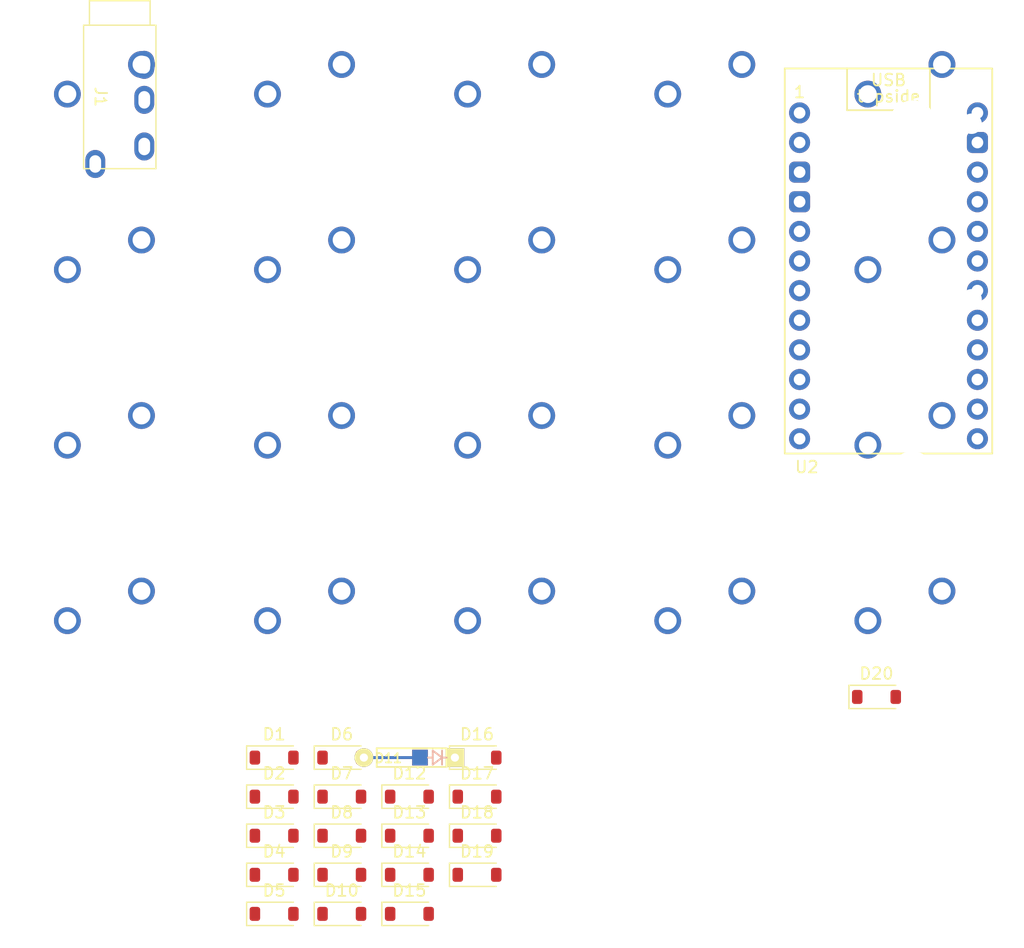
<source format=kicad_pcb>
(kicad_pcb (version 20240108) (generator "pcbnew") (generator_version "8.0")
  (layers (0 "F.Cu" signal) (31 "B.Cu" signal) (34 "B.Paste" user) (35 "F.Paste" user) (36 "B.SilkS" user "B.Silkscreen") (37 "F.SilkS" user "F.Silkscreen") (38 "B.Mask" user) (39 "F.Mask" user) (44 "Edge.Cuts" user))
  (net 0 "")
  (net 1 "ROW_0")
  (net 2 "Net-(D1-A)")
  (net 3 "Net-(D2-A)")
  (net 4 "Net-(D3-A)")
  (net 5 "Net-(D4-A)")
  (net 6 "Net-(D5-A)")
  (net 7 "Net-(D6-A)")
  (net 8 "ROW_1")
  (net 9 "Net-(D7-A)")
  (net 10 "Net-(D8-A)")
  (net 11 "Net-(D9-A)")
  (net 12 "Net-(D10-A)")
  (net 13 "Net-(D11-A)")
  (net 14 "ROW_2")
  (net 15 "Net-(D12-A)")
  (net 16 "Net-(D13-A)")
  (net 17 "Net-(D14-A)")
  (net 18 "Net-(D15-A)")
  (net 19 "ROW_3")
  (net 20 "Net-(D16-A)")
  (net 21 "Net-(D17-A)")
  (net 22 "Net-(D18-A)")
  (net 23 "Net-(D19-A)")
  (net 24 "Net-(D20-A)")
  (net 25 "VCC")
  (net 26 "SDA")
  (net 27 "GND")
  (net 28 "SCL")
  (net 29 "COL_0")
  (net 30 "COL_1")
  (net 31 "COL_2")
  (net 32 "COL_3")
  (net 33 "COL_4")
  (net 38 "RST")
  (net 41 "RGB_DATA")
  (footprint "Diode_SMD:D_SOD-123" (layer "F.Cu") (at 124.025176 127.4)
    (property "Reference" "D8" (at 0 -2 0) (layer "F.SilkS"))
    (property "Value" "D_Small")
    (fp_line (start -2.36 -1) (end -2.36 1) (stroke (width 0.12)) (layer "F.SilkS"))
    (fp_line (start -2.36 -1) (end 1.65 -1) (stroke (width 0.12)) (layer "F.SilkS"))
    (fp_line (start -2.36 1) (end 1.65 1) (stroke (width 0.12)) (layer "F.SilkS"))
    (pad "1" smd roundrect (at -1.65 0) (size 0.9 1.2) (layers "F.Cu" "F.Paste" "F.Mask") (net 8 "ROW_1"))
    (pad "2" smd roundrect (at 1.65 0) (size 0.9 1.2) (layers "F.Cu" "F.Paste" "F.Mask") (net 10 "Net-(D8-A)"))
  )
  (footprint "Diode_SMD:D_SOD-123" (layer "F.Cu") (at 118.230176 120.7)
    (property "Reference" "D1" (at 0 -2 0) (layer "F.SilkS"))
    (property "Value" "D_Small")
    (fp_line (start -2.36 -1) (end -2.36 1) (stroke (width 0.12)) (layer "F.SilkS"))
    (fp_line (start -2.36 -1) (end 1.65 -1) (stroke (width 0.12)) (layer "F.SilkS"))
    (fp_line (start -2.36 1) (end 1.65 1) (stroke (width 0.12)) (layer "F.SilkS"))
    (pad "1" smd roundrect (at -1.65 0) (size 0.9 1.2) (layers "F.Cu" "F.Paste" "F.Mask") (net 1 "ROW_0"))
    (pad "2" smd roundrect (at 1.65 0) (size 0.9 1.2) (layers "F.Cu" "F.Paste" "F.Mask") (net 2 "Net-(D1-A)"))
  )
  (footprint "PCM_marbastlib-xp-various:CON_MJ-4PP-9" (layer "F.Cu") (at 105 64.05 -90)
    (property "Reference" "J1" (at 0 1.6256 -90) (layer "F.SilkS"))
    (property "Value" "AudioJack4")
    (fp_line (start -6.15 3.1) (end -6.15 -3.1) (stroke (width 0.12)) (layer "F.SilkS"))
    (fp_line (start 6.15 3.1) (end -6.15 3.1) (stroke (width 0.12)) (layer "F.SilkS"))
    (fp_line (start -8.25 2.6) (end -8.25 -2.6) (stroke (width 0.12)) (layer "F.SilkS"))
    (fp_line (start -6.15 2.6) (end -8.25 2.6) (stroke (width 0.12)) (layer "F.SilkS"))
    (fp_line (start -6.15 -2.6) (end -8.25 -2.6) (stroke (width 0.12)) (layer "F.SilkS"))
    (fp_line (start -6.15 -3.1) (end 6.15 -3.1) (stroke (width 0.12)) (layer "F.SilkS"))
    (fp_line (start 6.15 -3.1) (end 6.15 3.1) (stroke (width 0.12)) (layer "F.SilkS"))
    (pad "" np_thru_hole circle (at -4.55 0) (size 1.2 1.2) (drill 1.2) (layers "F&B.Cu" "*.Mask"))
    (pad "" np_thru_hole circle (at 2.45 0) (size 1.2 1.2) (drill 1.2) (layers "F&B.Cu" "*.Mask"))
    (pad "R1" thru_hole oval (at 4.25 -2.1) (size 1.7 2.4) (drill oval 1 1.5) (layers "*.Cu" "*.Mask") (net 28 "SCL"))
    (pad "R2" thru_hole oval (at 0.25 -2.1) (size 1.7 2.4) (drill oval 1 1.5) (layers "*.Cu" "*.Mask") (net 26 "SDA"))
    (pad "S" thru_hole oval (at -2.75 -2.1) (size 1.7 2.4) (drill oval 1 1.5) (layers "*.Cu" "*.Mask") (net 27 "GND"))
    (pad "T" thru_hole oval (at 5.75 2.1) (size 1.7 2.4) (drill oval 1 1.5) (layers "*.Cu" "*.Mask") (net 25 "VCC"))
  )
  (footprint "PCM_marbastlib-mx:SW_MX_1u" (layer "F.Cu") (at 121.47 111.5)
    (property "Reference" "MX8" (hide yes))
    (property "Value" "MX_SW_HS")
    (pad "" np_thru_hole circle (at -5.08 0) (size 1.75 1.75) (drill 1.75) (layers "*.Cu" "*.Mask"))
    (pad "" np_thru_hole circle (at 0 0) (size 3.9878 3.9878) (drill 3.9878) (layers "*.Cu" "*.Mask"))
    (pad "" np_thru_hole circle (at 5.08 0) (size 1.75 1.75) (drill 1.75) (layers "*.Cu" "*.Mask"))
    (pad "1" thru_hole circle (at -3.81 -2.54) (size 2.3 2.3) (drill 1.524) (layers "*.Cu" "B.Mask") (net 31 "COL_2"))
    (pad "2" thru_hole circle (at 2.54 -5.08) (size 2.3 2.3) (drill 1.524) (layers "*.Cu" "B.Mask") (net 10 "Net-(D8-A)"))
  )
  (footprint "PCM_marbastlib-mx:SW_MX_1u" (layer "F.Cu") (at 172.92 66.35)
    (property "Reference" "MX17" (hide yes))
    (property "Value" "MX_SW_HS")
    (pad "" np_thru_hole circle (at -5.08 0) (size 1.75 1.75) (drill 1.75) (layers "*.Cu" "*.Mask"))
    (pad "" np_thru_hole circle (at 0 0) (size 3.9878 3.9878) (drill 3.9878) (layers "*.Cu" "*.Mask"))
    (pad "" np_thru_hole circle (at 5.08 0) (size 1.75 1.75) (drill 1.75) (layers "*.Cu" "*.Mask"))
    (pad "1" thru_hole circle (at -3.81 -2.54) (size 2.3 2.3) (drill 1.524) (layers "*.Cu" "B.Mask") (net 30 "COL_1"))
    (pad "2" thru_hole circle (at 2.54 -5.08) (size 2.3 2.3) (drill 1.524) (layers "*.Cu" "B.Mask") (net 21 "Net-(D17-A)"))
  )
  (footprint "PCM_marbastlib-mx:SW_MX_1u" (layer "F.Cu") (at 104.32 96.45)
    (property "Reference" "MX3" (hide yes))
    (property "Value" "MX_SW_HS")
    (pad "" np_thru_hole circle (at -5.08 0) (size 1.75 1.75) (drill 1.75) (layers "*.Cu" "*.Mask"))
    (pad "" np_thru_hole circle (at 0 0) (size 3.9878 3.9878) (drill 3.9878) (layers "*.Cu" "*.Mask"))
    (pad "" np_thru_hole circle (at 5.08 0) (size 1.75 1.75) (drill 1.75) (layers "*.Cu" "*.Mask"))
    (pad "1" thru_hole circle (at -3.81 -2.54) (size 2.3 2.3) (drill 1.524) (layers "*.Cu" "B.Mask") (net 31 "COL_2"))
    (pad "2" thru_hole circle (at 2.54 -5.08) (size 2.3 2.3) (drill 1.524) (layers "*.Cu" "B.Mask") (net 4 "Net-(D3-A)"))
  )
  (footprint "PCM_marbastlib-mx:SW_MX_1u" (layer "F.Cu") (at 172.92 111.5)
    (property "Reference" "MX20" (hide yes))
    (property "Value" "MX_SW_HS")
    (pad "" np_thru_hole circle (at -5.08 0) (size 1.75 1.75) (drill 1.75) (layers "*.Cu" "*.Mask"))
    (pad "" np_thru_hole circle (at 0 0) (size 3.9878 3.9878) (drill 3.9878) (layers "*.Cu" "*.Mask"))
    (pad "" np_thru_hole circle (at 5.08 0) (size 1.75 1.75) (drill 1.75) (layers "*.Cu" "*.Mask"))
    (pad "1" thru_hole circle (at -3.81 -2.54) (size 2.3 2.3) (drill 1.524) (layers "*.Cu" "B.Mask") (net 33 "COL_4"))
    (pad "2" thru_hole circle (at 2.54 -5.08) (size 2.3 2.3) (drill 1.524) (layers "*.Cu" "B.Mask") (net 24 "Net-(D20-A)"))
  )
  (footprint "PCM_marbastlib-mx:SW_MX_1u" (layer "F.Cu") (at 155.77 96.45)
    (property "Reference" "MX15" (hide yes))
    (property "Value" "MX_SW_HS")
    (pad "" np_thru_hole circle (at -5.08 0) (size 1.75 1.75) (drill 1.75) (layers "*.Cu" "*.Mask"))
    (pad "" np_thru_hole circle (at 0 0) (size 3.9878 3.9878) (drill 3.9878) (layers "*.Cu" "*.Mask"))
    (pad "" np_thru_hole circle (at 5.08 0) (size 1.75 1.75) (drill 1.75) (layers "*.Cu" "*.Mask"))
    (pad "1" thru_hole circle (at -3.81 -2.54) (size 2.3 2.3) (drill 1.524) (layers "*.Cu" "B.Mask") (net 33 "COL_4"))
    (pad "2" thru_hole circle (at 2.54 -5.08) (size 2.3 2.3) (drill 1.524) (layers "*.Cu" "B.Mask") (net 18 "Net-(D15-A)"))
  )
  (footprint "Diode_SMD:D_SOD-123" (layer "F.Cu") (at 118.230176 134.1)
    (property "Reference" "D5" (at 0 -2 0) (layer "F.SilkS"))
    (property "Value" "D_Small")
    (fp_line (start -2.36 -1) (end -2.36 1) (stroke (width 0.12)) (layer "F.SilkS"))
    (fp_line (start -2.36 -1) (end 1.65 -1) (stroke (width 0.12)) (layer "F.SilkS"))
    (fp_line (start -2.36 1) (end 1.65 1) (stroke (width 0.12)) (layer "F.SilkS"))
    (pad "1" smd roundrect (at -1.65 0) (size 0.9 1.2) (layers "F.Cu" "F.Paste" "F.Mask") (net 1 "ROW_0"))
    (pad "2" smd roundrect (at 1.65 0) (size 0.9 1.2) (layers "F.Cu" "F.Paste" "F.Mask") (net 6 "Net-(D5-A)"))
  )
  (footprint "Diode_SMD:D_SOD-123" (layer "F.Cu") (at 169.85 115.5)
    (property "Reference" "D20" (at 0 -2 0) (layer "F.SilkS"))
    (property "Value" "D_Small")
    (fp_line (start -2.36 -1) (end -2.36 1) (stroke (width 0.12)) (layer "F.SilkS"))
    (fp_line (start -2.36 -1) (end 1.65 -1) (stroke (width 0.12)) (layer "F.SilkS"))
    (fp_line (start -2.36 1) (end 1.65 1) (stroke (width 0.12)) (layer "F.SilkS"))
    (pad "1" smd roundrect (at -1.65 0) (size 0.9 1.2) (layers "F.Cu" "F.Paste" "F.Mask") (net 19 "ROW_3"))
    (pad "2" smd roundrect (at 1.65 0) (size 0.9 1.2) (layers "F.Cu" "F.Paste" "F.Mask") (net 24 "Net-(D20-A)"))
  )
  (footprint "PCM_marbastlib-mx:SW_MX_1u" (layer "F.Cu") (at 104.32 111.5)
    (property "Reference" "MX4" (hide yes))
    (property "Value" "MX_SW_HS")
    (pad "" np_thru_hole circle (at -5.08 0) (size 1.75 1.75) (drill 1.75) (layers "*.Cu" "*.Mask"))
    (pad "" np_thru_hole circle (at 0 0) (size 3.9878 3.9878) (drill 3.9878) (layers "*.Cu" "*.Mask"))
    (pad "" np_thru_hole circle (at 5.08 0) (size 1.75 1.75) (drill 1.75) (layers "*.Cu" "*.Mask"))
    (pad "1" thru_hole circle (at -3.81 -2.54) (size 2.3 2.3) (drill 1.524) (layers "*.Cu" "B.Mask") (net 32 "COL_3"))
    (pad "2" thru_hole circle (at 2.54 -5.08) (size 2.3 2.3) (drill 1.524) (layers "*.Cu" "B.Mask") (net 5 "Net-(D4-A)"))
  )
  (footprint "Diode_SMD:D_SOD-123" (layer "F.Cu") (at 124.025176 130.75)
    (property "Reference" "D9" (at 0 -2 0) (layer "F.SilkS"))
    (property "Value" "D_Small")
    (fp_line (start -2.36 -1) (end -2.36 1) (stroke (width 0.12)) (layer "F.SilkS"))
    (fp_line (start -2.36 -1) (end 1.65 -1) (stroke (width 0.12)) (layer "F.SilkS"))
    (fp_line (start -2.36 1) (end 1.65 1) (stroke (width 0.12)) (layer "F.SilkS"))
    (pad "1" smd roundrect (at -1.65 0) (size 0.9 1.2) (layers "F.Cu" "F.Paste" "F.Mask") (net 8 "ROW_1"))
    (pad "2" smd roundrect (at 1.65 0) (size 0.9 1.2) (layers "F.Cu" "F.Paste" "F.Mask") (net 11 "Net-(D9-A)"))
  )
  (footprint "Keebio-Parts.pretty-master:Diode-hybrid-3pad" (layer "F.Cu") (at 129.820176 120.7)
    (property "Reference" "D11" (at -1.8 0.0508 0) (layer "F.SilkS") (effects (font (size 0.8 0.8))))
    (property "Value" "D_Small" (hide yes))
    (fp_line (start 2 -0.6) (end 2 0.6) (stroke (width 0.15)) (layer "B.SilkS"))
    (fp_line (start 2 0) (end 1.6 0) (stroke (width 0.15)) (layer "B.SilkS"))
    (fp_line (start 2 0.6) (end 2.8 0) (stroke (width 0.15)) (layer "B.SilkS"))
    (fp_line (start 2.8 -0.6) (end 2.8 0.6) (stroke (width 0.15)) (layer "B.SilkS"))
    (fp_line (start 2.8 0) (end 2 -0.6) (stroke (width 0.15)) (layer "B.SilkS"))
    (fp_line (start 2.8 0) (end 3.2 0) (stroke (width 0.15)) (layer "B.SilkS"))
    (fp_line (start -2.8 -0.8) (end -2.8 0.8) (stroke (width 0.15)) (layer "F.SilkS"))
    (fp_line (start -2.8 0.8) (end 3.2 0.8) (stroke (width 0.15)) (layer "F.SilkS"))
    (fp_line (start 2 -0.6) (end 2 0.6) (stroke (width 0.15)) (layer "F.SilkS"))
    (fp_line (start 2 -0.6) (end 2.8 0) (stroke (width 0.15)) (layer "F.SilkS"))
    (fp_line (start 2 0) (end 1.6 0) (stroke (width 0.15)) (layer "F.SilkS"))
    (fp_line (start 2.8 -0.6) (end 2.8 0.6) (stroke (width 0.15)) (layer "F.SilkS"))
    (fp_line (start 2.8 0) (end 2 0.6) (stroke (width 0.15)) (layer "F.SilkS"))
    (fp_line (start 2.8 0) (end 3.2 0) (stroke (width 0.15)) (layer "F.SilkS"))
    (fp_line (start 3.2 -0.8) (end -2.8 -0.8) (stroke (width 0.15)) (layer "F.SilkS"))
    (fp_line (start 3.2 0.8) (end 3.2 -0.8) (stroke (width 0.15)) (layer "F.SilkS"))
    (pad "1" thru_hole rect (at 3.9 0) (size 1.6 1.6) (drill 0.7) (layers "*.Cu" "*.Mask" "F.SilkS") (net 14 "ROW_2"))
    (pad "2" thru_hole circle (at -3.9 0) (size 1.6 1.6) (drill 0.7) (layers "*.Cu" "*.Mask" "F.SilkS") (net 13 "Net-(D11-A)"))
    (pad "2" smd rect (at -1.5 0) (size 4 0.25) (layers "F.Cu") (net 13 "Net-(D11-A)"))
    (pad "2" smd rect (at -1.5 0) (size 4 0.25) (layers "B.Cu") (net 13 "Net-(D11-A)"))
    (pad "2" smd rect (at 0.91 0) (size 1.34 1.34) (layers "F.Cu" "F.Paste" "F.Mask") (net 13 "Net-(D11-A)"))
    (pad "2" smd rect (at 0.91 0) (size 1.34 1.34) (layers "B.Cu" "B.Paste" "B.Mask") (net 13 "Net-(D11-A)"))
  )
  (footprint "Diode_SMD:D_SOD-123" (layer "F.Cu") (at 129.820176 127.4)
    (property "Reference" "D13" (at 0 -2 0) (layer "F.SilkS"))
    (property "Value" "D_Small")
    (fp_line (start -2.36 -1) (end -2.36 1) (stroke (width 0.12)) (layer "F.SilkS"))
    (fp_line (start -2.36 -1) (end 1.65 -1) (stroke (width 0.12)) (layer "F.SilkS"))
    (fp_line (start -2.36 1) (end 1.65 1) (stroke (width 0.12)) (layer "F.SilkS"))
    (pad "1" smd roundrect (at -1.65 0) (size 0.9 1.2) (layers "F.Cu" "F.Paste" "F.Mask") (net 14 "ROW_2"))
    (pad "2" smd roundrect (at 1.65 0) (size 0.9 1.2) (layers "F.Cu" "F.Paste" "F.Mask") (net 16 "Net-(D13-A)"))
  )
  (footprint "Diode_SMD:D_SOD-123" (layer "F.Cu") (at 118.230176 124.05)
    (property "Reference" "D2" (at 0 -2 0) (layer "F.SilkS"))
    (property "Value" "D_Small")
    (fp_line (start -2.36 -1) (end -2.36 1) (stroke (width 0.12)) (layer "F.SilkS"))
    (fp_line (start -2.36 -1) (end 1.65 -1) (stroke (width 0.12)) (layer "F.SilkS"))
    (fp_line (start -2.36 1) (end 1.65 1) (stroke (width 0.12)) (layer "F.SilkS"))
    (pad "1" smd roundrect (at -1.65 0) (size 0.9 1.2) (layers "F.Cu" "F.Paste" "F.Mask") (net 1 "ROW_0"))
    (pad "2" smd roundrect (at 1.65 0) (size 0.9 1.2) (layers "F.Cu" "F.Paste" "F.Mask") (net 3 "Net-(D2-A)"))
  )
  (footprint "Diode_SMD:D_SOD-123" (layer "F.Cu") (at 135.615176 124.05)
    (property "Reference" "D17" (at 0 -2 0) (layer "F.SilkS"))
    (property "Value" "D_Small")
    (fp_line (start -2.36 -1) (end -2.36 1) (stroke (width 0.12)) (layer "F.SilkS"))
    (fp_line (start -2.36 -1) (end 1.65 -1) (stroke (width 0.12)) (layer "F.SilkS"))
    (fp_line (start -2.36 1) (end 1.65 1) (stroke (width 0.12)) (layer "F.SilkS"))
    (pad "1" smd roundrect (at -1.65 0) (size 0.9 1.2) (layers "F.Cu" "F.Paste" "F.Mask") (net 19 "ROW_3"))
    (pad "2" smd roundrect (at 1.65 0) (size 0.9 1.2) (layers "F.Cu" "F.Paste" "F.Mask") (net 21 "Net-(D17-A)"))
  )
  (footprint "Diode_SMD:D_SOD-123" (layer "F.Cu") (at 129.820176 134.1)
    (property "Reference" "D15" (at 0 -2 0) (layer "F.SilkS"))
    (property "Value" "D_Small")
    (fp_line (start -2.36 -1) (end -2.36 1) (stroke (width 0.12)) (layer "F.SilkS"))
    (fp_line (start -2.36 -1) (end 1.65 -1) (stroke (width 0.12)) (layer "F.SilkS"))
    (fp_line (start -2.36 1) (end 1.65 1) (stroke (width 0.12)) (layer "F.SilkS"))
    (pad "1" smd roundrect (at -1.65 0) (size 0.9 1.2) (layers "F.Cu" "F.Paste" "F.Mask") (net 14 "ROW_2"))
    (pad "2" smd roundrect (at 1.65 0) (size 0.9 1.2) (layers "F.Cu" "F.Paste" "F.Mask") (net 18 "Net-(D15-A)"))
  )
  (footprint "Diode_SMD:D_SOD-123" (layer "F.Cu") (at 129.820176 130.75)
    (property "Reference" "D14" (at 0 -2 0) (layer "F.SilkS"))
    (property "Value" "D_Small")
    (fp_line (start -2.36 -1) (end -2.36 1) (stroke (width 0.12)) (layer "F.SilkS"))
    (fp_line (start -2.36 -1) (end 1.65 -1) (stroke (width 0.12)) (layer "F.SilkS"))
    (fp_line (start -2.36 1) (end 1.65 1) (stroke (width 0.12)) (layer "F.SilkS"))
    (pad "1" smd roundrect (at -1.65 0) (size 0.9 1.2) (layers "F.Cu" "F.Paste" "F.Mask") (net 14 "ROW_2"))
    (pad "2" smd roundrect (at 1.65 0) (size 0.9 1.2) (layers "F.Cu" "F.Paste" "F.Mask") (net 17 "Net-(D14-A)"))
  )
  (footprint "PCM_marbastlib-mx:SW_MX_1u" (layer "F.Cu") (at 121.47 81.4)
    (property "Reference" "MX6" (hide yes))
    (property "Value" "MX_SW_HS")
    (pad "" np_thru_hole circle (at -5.08 0) (size 1.75 1.75) (drill 1.75) (layers "*.Cu" "*.Mask"))
    (pad "" np_thru_hole circle (at 0 0) (size 3.9878 3.9878) (drill 3.9878) (layers "*.Cu" "*.Mask"))
    (pad "" np_thru_hole circle (at 5.08 0) (size 1.75 1.75) (drill 1.75) (layers "*.Cu" "*.Mask"))
    (pad "1" thru_hole circle (at -3.81 -2.54) (size 2.3 2.3) (drill 1.524) (layers "*.Cu" "B.Mask") (net 29 "COL_0"))
    (pad "2" thru_hole circle (at 2.54 -5.08) (size 2.3 2.3) (drill 1.524) (layers "*.Cu" "B.Mask") (net 7 "Net-(D6-A)"))
  )
  (footprint "PCM_marbastlib-mx:SW_MX_1u" (layer "F.Cu") (at 138.62 111.5)
    (property "Reference" "MX12" (hide yes))
    (property "Value" "MX_SW_HS")
    (pad "" np_thru_hole circle (at -5.08 0) (size 1.75 1.75) (drill 1.75) (layers "*.Cu" "*.Mask"))
    (pad "" np_thru_hole circle (at 0 0) (size 3.9878 3.9878) (drill 3.9878) (layers "*.Cu" "*.Mask"))
    (pad "" np_thru_hole circle (at 5.08 0) (size 1.75 1.75) (drill 1.75) (layers "*.Cu" "*.Mask"))
    (pad "1" thru_hole circle (at -3.81 -2.54) (size 2.3 2.3) (drill 1.524) (layers "*.Cu" "B.Mask") (net 30 "COL_1"))
    (pad "2" thru_hole circle (at 2.54 -5.08) (size 2.3 2.3) (drill 1.524) (layers "*.Cu" "B.Mask") (net 15 "Net-(D12-A)"))
  )
  (footprint "Diode_SMD:D_SOD-123" (layer "F.Cu") (at 135.615176 127.4)
    (property "Reference" "D18" (at 0 -2 0) (layer "F.SilkS"))
    (property "Value" "D_Small")
    (fp_line (start -2.36 -1) (end -2.36 1) (stroke (width 0.12)) (layer "F.SilkS"))
    (fp_line (start -2.36 -1) (end 1.65 -1) (stroke (width 0.12)) (layer "F.SilkS"))
    (fp_line (start -2.36 1) (end 1.65 1) (stroke (width 0.12)) (layer "F.SilkS"))
    (pad "1" smd roundrect (at -1.65 0) (size 0.9 1.2) (layers "F.Cu" "F.Paste" "F.Mask") (net 19 "ROW_3"))
    (pad "2" smd roundrect (at 1.65 0) (size 0.9 1.2) (layers "F.Cu" "F.Paste" "F.Mask") (net 22 "Net-(D18-A)"))
  )
  (footprint "PCM_marbastlib-mx:SW_MX_1u" (layer "F.Cu") (at 172.92 81.4)
    (property "Reference" "MX18" (hide yes))
    (property "Value" "MX_SW_HS")
    (pad "" np_thru_hole circle (at -5.08 0) (size 1.75 1.75) (drill 1.75) (layers "*.Cu" "*.Mask"))
    (pad "" np_thru_hole circle (at 0 0) (size 3.9878 3.9878) (drill 3.9878) (layers "*.Cu" "*.Mask"))
    (pad "" np_thru_hole circle (at 5.08 0) (size 1.75 1.75) (drill 1.75) (layers "*.Cu" "*.Mask"))
    (pad "1" thru_hole circle (at -3.81 -2.54) (size 2.3 2.3) (drill 1.524) (layers "*.Cu" "B.Mask") (net 31 "COL_2"))
    (pad "2" thru_hole circle (at 2.54 -5.08) (size 2.3 2.3) (drill 1.524) (layers "*.Cu" "B.Mask") (net 22 "Net-(D18-A)"))
  )
  (footprint "Diode_SMD:D_SOD-123" (layer "F.Cu") (at 118.230176 127.4)
    (property "Reference" "D3" (at 0 -2 0) (layer "F.SilkS"))
    (property "Value" "D_Small")
    (fp_line (start -2.36 -1) (end -2.36 1) (stroke (width 0.12)) (layer "F.SilkS"))
    (fp_line (start -2.36 -1) (end 1.65 -1) (stroke (width 0.12)) (layer "F.SilkS"))
    (fp_line (start -2.36 1) (end 1.65 1) (stroke (width 0.12)) (layer "F.SilkS"))
    (pad "1" smd roundrect (at -1.65 0) (size 0.9 1.2) (layers "F.Cu" "F.Paste" "F.Mask") (net 1 "ROW_0"))
    (pad "2" smd roundrect (at 1.65 0) (size 0.9 1.2) (layers "F.Cu" "F.Paste" "F.Mask") (net 4 "Net-(D3-A)"))
  )
  (footprint "PCM_marbastlib-xp-promicroish:ProMicro_USBup" (layer "F.Cu") (at 170.88 79.39)
    (property "Reference" "U2" (at -7 16.4 0) (layer "F.SilkS"))
    (property "Value" "ProMicro")
    (fp_line (start -3.55 -14.2) (end -3.55 -17.78) (stroke (width 0.15)) (layer "F.SilkS"))
    (fp_line (start 3.55 -14.2) (end -3.55 -14.2) (stroke (width 0.15)) (layer "F.SilkS"))
    (fp_line (start 3.55 -14.2) (end 3.55 -17.78) (stroke (width 0.15)) (layer "F.SilkS"))
    (fp_rect (start -8.89 -17.78) (end 8.89 15.24) (stroke (width 0.15)) (fill none) (layer "F.SilkS"))
    (fp_text user "USB" (at 0 -16.2 0) (layer "F.SilkS") (effects (justify bottom)))
    (fp_text user "topside" (at 0 -14.8 0) (layer "F.SilkS") (effects (justify bottom)))
    (fp_text user "1" (at -7.62 -15.17 0) (layer "F.SilkS") (effects (justify bottom)))
    (pad "1" thru_hole circle (at -7.62 -13.97) (size 1.8 1.8) (drill 1) (layers "*.Cu" "B.Mask") (net 41 "RGB_DATA"))
    (pad "2" thru_hole circle (at -7.62 -11.43) (size 1.8 1.8) (drill 1) (layers "*.Cu" "B.Mask"))
    (pad "3" thru_hole roundrect (at -7.62 -8.89) (size 1.8 1.8) (drill 1) (layers "*.Cu" "B.Mask") (net 27 "GND"))
    (pad "4" thru_hole roundrect (at -7.62 -6.35) (size 1.8 1.8) (drill 1) (layers "*.Cu" "B.Mask") (net 27 "GND"))
    (pad "5" thru_hole circle (at -7.62 -3.81) (size 1.8 1.8) (drill 1) (layers "*.Cu" "B.Mask") (net 26 "SDA"))
    (pad "6" thru_hole circle (at -7.62 -1.27) (size 1.8 1.8) (drill 1) (layers "*.Cu" "B.Mask") (net 28 "SCL"))
    (pad "7" thru_hole circle (at -7.62 1.27) (size 1.8 1.8) (drill 1) (layers "*.Cu" "B.Mask") (net 1 "ROW_0"))
    (pad "8" thru_hole circle (at -7.62 3.81) (size 1.8 1.8) (drill 1) (layers "*.Cu" "B.Mask") (net 8 "ROW_1"))
    (pad "9" thru_hole circle (at -7.62 6.35) (size 1.8 1.8) (drill 1) (layers "*.Cu" "B.Mask") (net 14 "ROW_2"))
    (pad "10" thru_hole circle (at -7.62 8.89) (size 1.8 1.8) (drill 1) (layers "*.Cu" "B.Mask") (net 19 "ROW_3"))
    (pad "11" thru_hole circle (at -7.62 11.43) (size 1.8 1.8) (drill 1) (layers "*.Cu" "B.Mask"))
    (pad "12" thru_hole circle (at -7.62 13.97) (size 1.8 1.8) (drill 1) (layers "*.Cu" "B.Mask"))
    (pad "13" thru_hole circle (at 7.62 -13.97) (size 1.8 1.8) (drill 1) (layers "*.Cu" "B.Mask"))
    (pad "14" thru_hole roundrect (at 7.62 -11.43) (size 1.8 1.8) (drill 1) (layers "*.Cu" "B.Mask") (net 27 "GND"))
    (pad "15" thru_hole circle (at 7.62 -8.89) (size 1.8 1.8) (drill 1) (layers "*.Cu" "B.Mask") (net 38 "RST"))
    (pad "16" thru_hole circle (at 7.62 -6.35) (size 1.8 1.8) (drill 1) (layers "*.Cu" "B.Mask") (net 25 "VCC"))
    (pad "17" thru_hole circle (at 7.62 -3.81) (size 1.8 1.8) (drill 1) (layers "*.Cu" "B.Mask") (net 29 "COL_0"))
    (pad "18" thru_hole circle (at 7.62 -1.27) (size 1.8 1.8) (drill 1) (layers "*.Cu" "B.Mask") (net 30 "COL_1"))
    (pad "19" thru_hole circle (at 7.62 1.27) (size 1.8 1.8) (drill 1) (layers "*.Cu" "B.Mask") (net 31 "COL_2"))
    (pad "20" thru_hole circle (at 7.62 3.81) (size 1.8 1.8) (drill 1) (layers "*.Cu" "B.Mask") (net 32 "COL_3"))
    (pad "21" thru_hole circle (at 7.62 6.35) (size 1.8 1.8) (drill 1) (layers "*.Cu" "B.Mask"))
    (pad "22" thru_hole circle (at 7.62 8.89) (size 1.8 1.8) (drill 1) (layers "*.Cu" "B.Mask"))
    (pad "23" thru_hole circle (at 7.62 11.43) (size 1.8 1.8) (drill 1) (layers "*.Cu" "B.Mask"))
    (pad "24" thru_hole circle (at 7.62 13.97) (size 1.8 1.8) (drill 1) (layers "*.Cu" "B.Mask"))
  )
  (footprint "PCM_marbastlib-mx:SW_MX_1u" (layer "F.Cu") (at 155.77 111.5)
    (property "Reference" "MX16" (hide yes))
    (property "Value" "MX_SW_HS")
    (pad "" np_thru_hole circle (at -5.08 0) (size 1.75 1.75) (drill 1.75) (layers "*.Cu" "*.Mask"))
    (pad "" np_thru_hole circle (at 0 0) (size 3.9878 3.9878) (drill 3.9878) (layers "*.Cu" "*.Mask"))
    (pad "" np_thru_hole circle (at 5.08 0) (size 1.75 1.75) (drill 1.75) (layers "*.Cu" "*.Mask"))
    (pad "1" thru_hole circle (at -3.81 -2.54) (size 2.3 2.3) (drill 1.524) (layers "*.Cu" "B.Mask") (net 29 "COL_0"))
    (pad "2" thru_hole circle (at 2.54 -5.08) (size 2.3 2.3) (drill 1.524) (layers "*.Cu" "B.Mask") (net 20 "Net-(D16-A)"))
  )
  (footprint "Diode_SMD:D_SOD-123" (layer "F.Cu") (at 124.025176 120.7)
    (property "Reference" "D6" (at 0 -2 0) (layer "F.SilkS"))
    (property "Value" "D_Small")
    (fp_line (start -2.36 -1) (end -2.36 1) (stroke (width 0.12)) (layer "F.SilkS"))
    (fp_line (start -2.36 -1) (end 1.65 -1) (stroke (width 0.12)) (layer "F.SilkS"))
    (fp_line (start -2.36 1) (end 1.65 1) (stroke (width 0.12)) (layer "F.SilkS"))
    (pad "1" smd roundrect (at -1.65 0) (size 0.9 1.2) (layers "F.Cu" "F.Paste" "F.Mask") (net 8 "ROW_1"))
    (pad "2" smd roundrect (at 1.65 0) (size 0.9 1.2) (layers "F.Cu" "F.Paste" "F.Mask") (net 7 "Net-(D6-A)"))
  )
  (footprint "PCM_marbastlib-mx:SW_MX_1u" (layer "F.Cu") (at 121.47 66.35)
    (property "Reference" "MX5" (hide yes))
    (property "Value" "MX_SW_HS")
    (pad "" np_thru_hole circle (at -5.08 0) (size 1.75 1.75) (drill 1.75) (layers "*.Cu" "*.Mask"))
    (pad "" np_thru_hole circle (at 0 0) (size 3.9878 3.9878) (drill 3.9878) (layers "*.Cu" "*.Mask"))
    (pad "" np_thru_hole circle (at 5.08 0) (size 1.75 1.75) (drill 1.75) (layers "*.Cu" "*.Mask"))
    (pad "1" thru_hole circle (at -3.81 -2.54) (size 2.3 2.3) (drill 1.524) (layers "*.Cu" "B.Mask") (net 33 "COL_4"))
    (pad "2" thru_hole circle (at 2.54 -5.08) (size 2.3 2.3) (drill 1.524) (layers "*.Cu" "B.Mask") (net 6 "Net-(D5-A)"))
  )
  (footprint "PCM_marbastlib-mx:SW_MX_1u" (layer "F.Cu") (at 138.62 81.4)
    (property "Reference" "MX10" (hide yes))
    (property "Value" "MX_SW_HS")
    (pad "" np_thru_hole circle (at -5.08 0) (size 1.75 1.75) (drill 1.75) (layers "*.Cu" "*.Mask"))
    (pad "" np_thru_hole circle (at 0 0) (size 3.9878 3.9878) (drill 3.9878) (layers "*.Cu" "*.Mask"))
    (pad "" np_thru_hole circle (at 5.08 0) (size 1.75 1.75) (drill 1.75) (layers "*.Cu" "*.Mask"))
    (pad "1" thru_hole circle (at -3.81 -2.54) (size 2.3 2.3) (drill 1.524) (layers "*.Cu" "B.Mask") (net 33 "COL_4"))
    (pad "2" thru_hole circle (at 2.54 -5.08) (size 2.3 2.3) (drill 1.524) (layers "*.Cu" "B.Mask") (net 12 "Net-(D10-A)"))
  )
  (footprint "Diode_SMD:D_SOD-123" (layer "F.Cu") (at 124.025176 134.1)
    (property "Reference" "D10" (at 0 -2 0) (layer "F.SilkS"))
    (property "Value" "D_Small")
    (fp_line (start -2.36 -1) (end -2.36 1) (stroke (width 0.12)) (layer "F.SilkS"))
    (fp_line (start -2.36 -1) (end 1.65 -1) (stroke (width 0.12)) (layer "F.SilkS"))
    (fp_line (start -2.36 1) (end 1.65 1) (stroke (width 0.12)) (layer "F.SilkS"))
    (pad "1" smd roundrect (at -1.65 0) (size 0.9 1.2) (layers "F.Cu" "F.Paste" "F.Mask") (net 8 "ROW_1"))
    (pad "2" smd roundrect (at 1.65 0) (size 0.9 1.2) (layers "F.Cu" "F.Paste" "F.Mask") (net 12 "Net-(D10-A)"))
  )
  (footprint "PCM_marbastlib-mx:SW_MX_1u" (layer "F.Cu") (at 155.77 66.35)
    (property "Reference" "MX13" (hide yes))
    (property "Value" "MX_SW_HS")
    (pad "" np_thru_hole circle (at -5.08 0) (size 1.75 1.75) (drill 1.75) (layers "*.Cu" "*.Mask"))
    (pad "" np_thru_hole circle (at 0 0) (size 3.9878 3.9878) (drill 3.9878) (layers "*.Cu" "*.Mask"))
    (pad "" np_thru_hole circle (at 5.08 0) (size 1.75 1.75) (drill 1.75) (layers "*.Cu" "*.Mask"))
    (pad "1" thru_hole circle (at -3.81 -2.54) (size 2.3 2.3) (drill 1.524) (layers "*.Cu" "B.Mask") (net 31 "COL_2"))
    (pad "2" thru_hole circle (at 2.54 -5.08) (size 2.3 2.3) (drill 1.524) (layers "*.Cu" "B.Mask") (net 16 "Net-(D13-A)"))
  )
  (footprint "PCM_marbastlib-mx:SW_MX_1u" (layer "F.Cu") (at 104.32 66.35)
    (property "Reference" "MX1" (hide yes))
    (property "Value" "MX_SW_HS")
    (pad "" np_thru_hole circle (at -5.08 0) (size 1.75 1.75) (drill 1.75) (layers "*.Cu" "*.Mask"))
    (pad "" np_thru_hole circle (at 0 0) (size 3.9878 3.9878) (drill 3.9878) (layers "*.Cu" "*.Mask"))
    (pad "" np_thru_hole circle (at 5.08 0) (size 1.75 1.75) (drill 1.75) (layers "*.Cu" "*.Mask"))
    (pad "1" thru_hole circle (at -3.81 -2.54) (size 2.3 2.3) (drill 1.524) (layers "*.Cu" "B.Mask") (net 29 "COL_0"))
    (pad "2" thru_hole circle (at 2.54 -5.08) (size 2.3 2.3) (drill 1.524) (layers "*.Cu" "B.Mask") (net 2 "Net-(D1-A)"))
  )
  (footprint "PCM_marbastlib-mx:SW_MX_1u" (layer "F.Cu") (at 172.92 96.45)
    (property "Reference" "MX19" (hide yes))
    (property "Value" "MX_SW_HS")
    (pad "" np_thru_hole circle (at -5.08 0) (size 1.75 1.75) (drill 1.75) (layers "*.Cu" "*.Mask"))
    (pad "" np_thru_hole circle (at 0 0) (size 3.9878 3.9878) (drill 3.9878) (layers "*.Cu" "*.Mask"))
    (pad "" np_thru_hole circle (at 5.08 0) (size 1.75 1.75) (drill 1.75) (layers "*.Cu" "*.Mask"))
    (pad "1" thru_hole circle (at -3.81 -2.54) (size 2.3 2.3) (drill 1.524) (layers "*.Cu" "B.Mask") (net 32 "COL_3"))
    (pad "2" thru_hole circle (at 2.54 -5.08) (size 2.3 2.3) (drill 1.524) (layers "*.Cu" "B.Mask") (net 23 "Net-(D19-A)"))
  )
  (footprint "PCM_marbastlib-mx:SW_MX_1u" (layer "F.Cu") (at 121.47 96.45)
    (property "Reference" "MX7" (hide yes))
    (property "Value" "MX_SW_HS")
    (pad "" np_thru_hole circle (at -5.08 0) (size 1.75 1.75) (drill 1.75) (layers "*.Cu" "*.Mask"))
    (pad "" np_thru_hole circle (at 0 0) (size 3.9878 3.9878) (drill 3.9878) (layers "*.Cu" "*.Mask"))
    (pad "" np_thru_hole circle (at 5.08 0) (size 1.75 1.75) (drill 1.75) (layers "*.Cu" "*.Mask"))
    (pad "1" thru_hole circle (at -3.81 -2.54) (size 2.3 2.3) (drill 1.524) (layers "*.Cu" "B.Mask") (net 30 "COL_1"))
    (pad "2" thru_hole circle (at 2.54 -5.08) (size 2.3 2.3) (drill 1.524) (layers "*.Cu" "B.Mask") (net 9 "Net-(D7-A)"))
  )
  (footprint "Diode_SMD:D_SOD-123" (layer "F.Cu") (at 135.615176 120.7)
    (property "Reference" "D16" (at 0 -2 0) (layer "F.SilkS"))
    (property "Value" "D_Small")
    (fp_line (start -2.36 -1) (end -2.36 1) (stroke (width 0.12)) (layer "F.SilkS"))
    (fp_line (start -2.36 -1) (end 1.65 -1) (stroke (width 0.12)) (layer "F.SilkS"))
    (fp_line (start -2.36 1) (end 1.65 1) (stroke (width 0.12)) (layer "F.SilkS"))
    (pad "1" smd roundrect (at -1.65 0) (size 0.9 1.2) (layers "F.Cu" "F.Paste" "F.Mask") (net 19 "ROW_3"))
    (pad "2" smd roundrect (at 1.65 0) (size 0.9 1.2) (layers "F.Cu" "F.Paste" "F.Mask") (net 20 "Net-(D16-A)"))
  )
  (footprint "Diode_SMD:D_SOD-123" (layer "F.Cu") (at 135.615176 130.75)
    (property "Reference" "D19" (at 0 -2 0) (layer "F.SilkS"))
    (property "Value" "D_Small")
    (fp_line (start -2.36 -1) (end -2.36 1) (stroke (width 0.12)) (layer "F.SilkS"))
    (fp_line (start -2.36 -1) (end 1.65 -1) (stroke (width 0.12)) (layer "F.SilkS"))
    (fp_line (start -2.36 1) (end 1.65 1) (stroke (width 0.12)) (layer "F.SilkS"))
    (pad "1" smd roundrect (at -1.65 0) (size 0.9 1.2) (layers "F.Cu" "F.Paste" "F.Mask") (net 19 "ROW_3"))
    (pad "2" smd roundrect (at 1.65 0) (size 0.9 1.2) (layers "F.Cu" "F.Paste" "F.Mask") (net 23 "Net-(D19-A)"))
  )
  (footprint "PCM_marbastlib-mx:SW_MX_1u" (layer "F.Cu") (at 155.77 81.4)
    (property "Reference" "MX14" (hide yes))
    (property "Value" "MX_SW_HS")
    (pad "" np_thru_hole circle (at -5.08 0) (size 1.75 1.75) (drill 1.75) (layers "*.Cu" "*.Mask"))
    (pad "" np_thru_hole circle (at 0 0) (size 3.9878 3.9878) (drill 3.9878) (layers "*.Cu" "*.Mask"))
    (pad "" np_thru_hole circle (at 5.08 0) (size 1.75 1.75) (drill 1.75) (layers "*.Cu" "*.Mask"))
    (pad "1" thru_hole circle (at -3.81 -2.54) (size 2.3 2.3) (drill 1.524) (layers "*.Cu" "B.Mask") (net 32 "COL_3"))
    (pad "2" thru_hole circle (at 2.54 -5.08) (size 2.3 2.3) (drill 1.524) (layers "*.Cu" "B.Mask") (net 17 "Net-(D14-A)"))
  )
  (footprint "Diode_SMD:D_SOD-123" (layer "F.Cu") (at 124.025176 124.05)
    (property "Reference" "D7" (at 0 -2 0) (layer "F.SilkS"))
    (property "Value" "D_Small")
    (fp_line (start -2.36 -1) (end -2.36 1) (stroke (width 0.12)) (layer "F.SilkS"))
    (fp_line (start -2.36 -1) (end 1.65 -1) (stroke (width 0.12)) (layer "F.SilkS"))
    (fp_line (start -2.36 1) (end 1.65 1) (stroke (width 0.12)) (layer "F.SilkS"))
    (pad "1" smd roundrect (at -1.65 0) (size 0.9 1.2) (layers "F.Cu" "F.Paste" "F.Mask") (net 8 "ROW_1"))
    (pad "2" smd roundrect (at 1.65 0) (size 0.9 1.2) (layers "F.Cu" "F.Paste" "F.Mask") (net 9 "Net-(D7-A)"))
  )
  (footprint "PCM_marbastlib-mx:SW_MX_1u" (layer "F.Cu") (at 104.32 81.4)
    (property "Reference" "MX2" (hide yes))
    (property "Value" "MX_SW_HS")
    (pad "" np_thru_hole circle (at -5.08 0) (size 1.75 1.75) (drill 1.75) (layers "*.Cu" "*.Mask"))
    (pad "" np_thru_hole circle (at 0 0) (size 3.9878 3.9878) (drill 3.9878) (layers "*.Cu" "*.Mask"))
    (pad "" np_thru_hole circle (at 5.08 0) (size 1.75 1.75) (drill 1.75) (layers "*.Cu" "*.Mask"))
    (pad "1" thru_hole circle (at -3.81 -2.54) (size 2.3 2.3) (drill 1.524) (layers "*.Cu" "B.Mask") (net 30 "COL_1"))
    (pad "2" thru_hole circle (at 2.54 -5.08) (size 2.3 2.3) (drill 1.524) (layers "*.Cu" "B.Mask") (net 3 "Net-(D2-A)"))
  )
  (footprint "Diode_SMD:D_SOD-123" (layer "F.Cu") (at 129.820176 124.05)
    (property "Reference" "D12" (at 0 -2 0) (layer "F.SilkS"))
    (property "Value" "D_Small")
    (fp_line (start -2.36 -1) (end -2.36 1) (stroke (width 0.12)) (layer "F.SilkS"))
    (fp_line (start -2.36 -1) (end 1.65 -1) (stroke (width 0.12)) (layer "F.SilkS"))
    (fp_line (start -2.36 1) (end 1.65 1) (stroke (width 0.12)) (layer "F.SilkS"))
    (pad "1" smd roundrect (at -1.65 0) (size 0.9 1.2) (layers "F.Cu" "F.Paste" "F.Mask") (net 14 "ROW_2"))
    (pad "2" smd roundrect (at 1.65 0) (size 0.9 1.2) (layers "F.Cu" "F.Paste" "F.Mask") (net 15 "Net-(D12-A)"))
  )
  (footprint "PCM_marbastlib-mx:SW_MX_1u" (layer "F.Cu") (at 138.62 66.35)
    (property "Reference" "MX9" (hide yes))
    (property "Value" "MX_SW_HS")
    (pad "" np_thru_hole circle (at -5.08 0) (size 1.75 1.75) (drill 1.75) (layers "*.Cu" "*.Mask"))
    (pad "" np_thru_hole circle (at 0 0) (size 3.9878 3.9878) (drill 3.9878) (layers "*.Cu" "*.Mask"))
    (pad "" np_thru_hole circle (at 5.08 0) (size 1.75 1.75) (drill 1.75) (layers "*.Cu" "*.Mask"))
    (pad "1" thru_hole circle (at -3.81 -2.54) (size 2.3 2.3) (drill 1.524) (layers "*.Cu" "B.Mask") (net 32 "COL_3"))
    (pad "2" thru_hole circle (at 2.54 -5.08) (size 2.3 2.3) (drill 1.524) (layers "*.Cu" "B.Mask") (net 11 "Net-(D9-A)"))
  )
  (footprint "Diode_SMD:D_SOD-123" (layer "F.Cu") (at 118.230176 130.75)
    (property "Reference" "D4" (at 0 -2 0) (layer "F.SilkS"))
    (property "Value" "D_Small")
    (fp_line (start -2.36 -1) (end -2.36 1) (stroke (width 0.12)) (layer "F.SilkS"))
    (fp_line (start -2.36 -1) (end 1.65 -1) (stroke (width 0.12)) (layer "F.SilkS"))
    (fp_line (start -2.36 1) (end 1.65 1) (stroke (width 0.12)) (layer "F.SilkS"))
    (pad "1" smd roundrect (at -1.65 0) (size 0.9 1.2) (layers "F.Cu" "F.Paste" "F.Mask") (net 1 "ROW_0"))
    (pad "2" smd roundrect (at 1.65 0) (size 0.9 1.2) (layers "F.Cu" "F.Paste" "F.Mask") (net 5 "Net-(D4-A)"))
  )
  (footprint "PCM_marbastlib-mx:SW_MX_1u" (layer "F.Cu") (at 138.62 96.45)
    (property "Reference" "MX11" (hide yes))
    (property "Value" "MX_SW_HS")
    (pad "" np_thru_hole circle (at -5.08 0) (size 1.75 1.75) (drill 1.75) (layers "*.Cu" "*.Mask"))
    (pad "" np_thru_hole circle (at 0 0) (size 3.9878 3.9878) (drill 3.9878) (layers "*.Cu" "*.Mask"))
    (pad "" np_thru_hole circle (at 5.08 0) (size 1.75 1.75) (drill 1.75) (layers "*.Cu" "*.Mask"))
    (pad "1" thru_hole circle (at -3.81 -2.54) (size 2.3 2.3) (drill 1.524) (layers "*.Cu" "B.Mask") (net 29 "COL_0"))
    (pad "2" thru_hole circle (at 2.54 -5.08) (size 2.3 2.3) (drill 1.524) (layers "*.Cu" "B.Mask") (net 13 "Net-(D11-A)"))
  )
)
</source>
